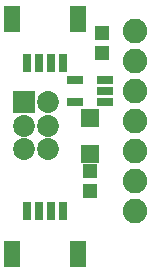
<source format=gts>
G75*
%MOIN*%
%OFA0B0*%
%FSLAX25Y25*%
%IPPOS*%
%LPD*%
%AMOC8*
5,1,8,0,0,1.08239X$1,22.5*
%
%ADD10R,0.04737X0.05131*%
%ADD11R,0.05524X0.08674*%
%ADD12R,0.03162X0.06115*%
%ADD13R,0.07300X0.07300*%
%ADD14C,0.07300*%
%ADD15R,0.05918X0.05918*%
%ADD16R,0.05524X0.02965*%
%ADD17C,0.08200*%
D10*
X0212843Y0081654D03*
X0212843Y0088346D03*
X0216843Y0127654D03*
X0216843Y0134346D03*
D11*
X0186820Y0060531D03*
X0208867Y0060531D03*
X0208867Y0138937D03*
X0186820Y0138937D03*
D12*
X0191938Y0124469D03*
X0195875Y0124469D03*
X0199812Y0124469D03*
X0203749Y0124469D03*
X0203749Y0075000D03*
X0199812Y0075000D03*
X0195875Y0075000D03*
X0191938Y0075000D03*
D13*
X0190906Y0111374D03*
D14*
X0198780Y0111374D03*
X0198780Y0103500D03*
X0190906Y0103500D03*
X0190906Y0095626D03*
X0198780Y0095626D03*
D15*
X0212843Y0094094D03*
X0212843Y0105906D03*
D16*
X0207725Y0111260D03*
X0217962Y0111260D03*
X0217962Y0115000D03*
X0217962Y0118740D03*
X0207725Y0118740D03*
D17*
X0227843Y0115000D03*
X0227843Y0105000D03*
X0227843Y0095000D03*
X0227843Y0085000D03*
X0227843Y0075000D03*
X0227843Y0125000D03*
X0227843Y0135000D03*
M02*

</source>
